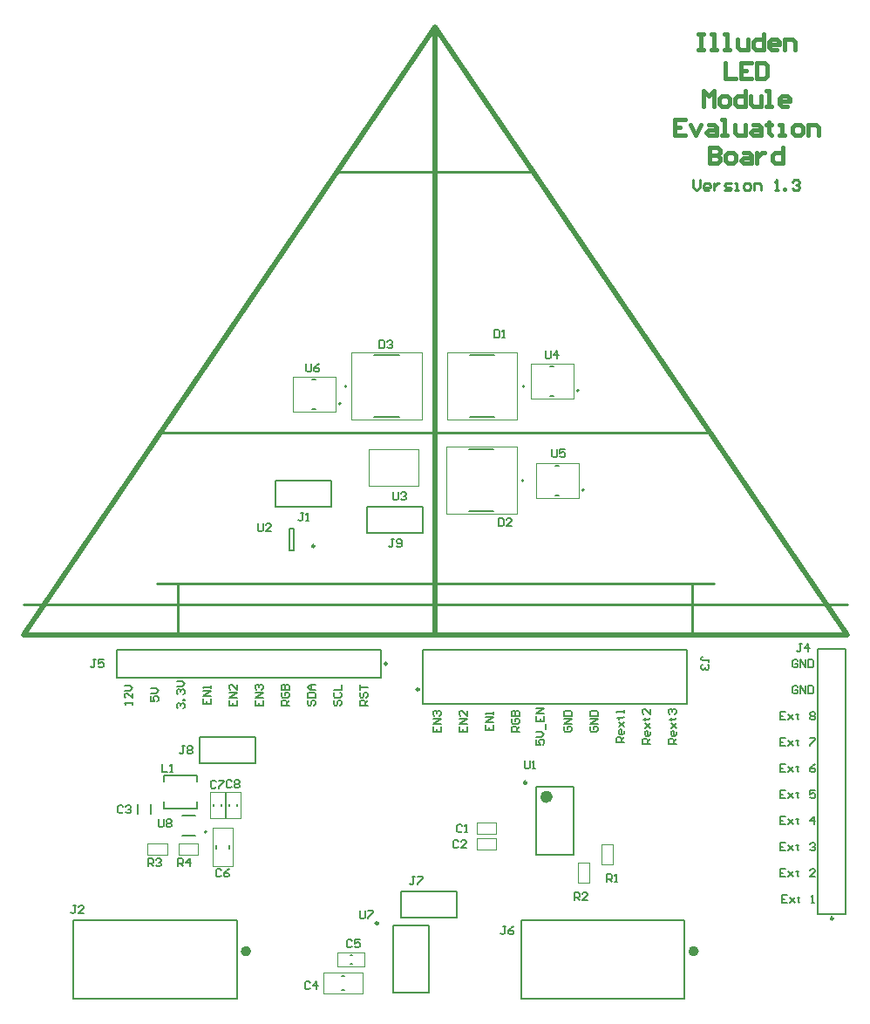
<source format=gto>
G04*
G04 #@! TF.GenerationSoftware,Altium Limited,Altium Designer,21.6.4 (81)*
G04*
G04 Layer_Color=65535*
%FSLAX23Y23*%
%MOIN*%
G70*
G04*
G04 #@! TF.SameCoordinates,B862E28A-B53C-4780-801C-F1A4676C09CD*
G04*
G04*
G04 #@! TF.FilePolarity,Positive*
G04*
G01*
G75*
%ADD10C,0.008*%
%ADD11C,0.010*%
%ADD12C,0.024*%
%ADD13C,0.020*%
%ADD14C,0.005*%
%ADD15C,0.003*%
%ADD16C,0.010*%
%ADD17C,0.020*%
%ADD18C,0.015*%
D10*
X2142Y2343D02*
G03*
X2142Y2343I-4J0D01*
G01*
X2162Y1963D02*
G03*
X2162Y1963I-4J0D01*
G01*
X1232Y2293D02*
G03*
X1232Y2293I-4J0D01*
G01*
X1934Y2360D02*
G03*
X1934Y2360I-4J0D01*
G01*
X1931Y2000D02*
G03*
X1931Y2000I-4J0D01*
G01*
X1254Y2360D02*
G03*
X1254Y2360I-4J0D01*
G01*
X718Y657D02*
G03*
X718Y657I-4J0D01*
G01*
X505Y725D02*
Y764D01*
X455Y725D02*
Y764D01*
X1333Y1800D02*
X1547D01*
Y1900D01*
X1333D02*
X1547D01*
X1333Y1800D02*
Y1900D01*
X1979Y570D02*
Y830D01*
X2121Y570D02*
Y830D01*
X1979D02*
X2121D01*
X1979Y570D02*
X2121D01*
X1544Y1147D02*
Y1353D01*
Y1147D02*
X2556D01*
X1544Y1353D02*
X2556D01*
Y1147D02*
Y1353D01*
X374Y1247D02*
Y1353D01*
Y1247D02*
X1386D01*
Y1353D01*
X374D02*
X1386D01*
X3057Y1356D02*
X3163D01*
X3057Y344D02*
Y1356D01*
Y344D02*
X3163D01*
Y1356D01*
X1922Y320D02*
X2546D01*
X1922Y20D02*
Y320D01*
X1922Y20D02*
X2546D01*
Y320D01*
X1052Y1732D02*
Y1817D01*
X1034D02*
X1052D01*
X1034Y1732D02*
Y1817D01*
Y1732D02*
X1052D01*
X834Y20D02*
Y320D01*
X210Y20D02*
X834D01*
X210Y20D02*
Y320D01*
X834D01*
X983Y1900D02*
X1197D01*
Y2000D01*
X983D02*
X1197D01*
X983Y1900D02*
Y2000D01*
X1463Y330D02*
X1677D01*
Y430D01*
X1463D02*
X1677D01*
X1463Y330D02*
Y430D01*
X693Y920D02*
X907D01*
Y1020D01*
X693D02*
X907D01*
X693Y920D02*
Y1020D01*
X1431Y42D02*
Y298D01*
Y42D02*
X1569D01*
Y298D01*
X1431D02*
X1569D01*
X557Y848D02*
Y873D01*
Y747D02*
Y772D01*
Y747D02*
X683D01*
Y848D02*
Y873D01*
Y747D02*
Y772D01*
X557Y873D02*
X683D01*
D11*
X1942Y845D02*
G03*
X1942Y845I-5J0D01*
G01*
X1531Y1201D02*
G03*
X1531Y1201I-5J0D01*
G01*
X1409Y1300D02*
G03*
X1409Y1300I-5J0D01*
G01*
X3115Y326D02*
G03*
X3115Y326I-5J0D01*
G01*
X1132Y1749D02*
G03*
X1132Y1749I-5J0D01*
G01*
X1375Y308D02*
G03*
X1375Y308I-5J0D01*
G01*
D12*
X2030Y791D02*
G03*
X2030Y791I-12J0D01*
G01*
D13*
X2591Y201D02*
G03*
X2591Y201I-10J0D01*
G01*
X879D02*
G03*
X879Y201I-10J0D01*
G01*
D14*
X2033Y2437D02*
X2047D01*
X2033Y2323D02*
X2047D01*
X2053Y2057D02*
X2067D01*
X2053Y1943D02*
X2067D01*
X1123Y2387D02*
X1137D01*
X1123Y2273D02*
X1137D01*
X1725Y2478D02*
X1820D01*
X1725Y2242D02*
X1820D01*
X1723Y2118D02*
X1817D01*
X1723Y1882D02*
X1817D01*
X1360Y2242D02*
X1455D01*
X1360Y2478D02*
X1455D01*
X1234Y54D02*
X1246D01*
X1234Y106D02*
X1246D01*
X754Y594D02*
Y606D01*
X806Y594D02*
Y606D01*
X1268Y186D02*
X1275D01*
X1268Y154D02*
X1275D01*
X744Y755D02*
Y762D01*
X776Y755D02*
Y762D01*
X804Y755D02*
Y762D01*
X836Y755D02*
Y762D01*
X627Y719D02*
X675D01*
X627Y642D02*
X675D01*
X2190Y1060D02*
X2185Y1055D01*
Y1045D01*
X2190Y1040D01*
X2210D01*
X2215Y1045D01*
Y1055D01*
X2210Y1060D01*
X2200D01*
Y1050D01*
X2215Y1070D02*
X2185D01*
X2215Y1090D01*
X2185D01*
Y1100D02*
X2215D01*
Y1115D01*
X2210Y1120D01*
X2190D01*
X2185Y1115D01*
Y1100D01*
X1335Y1140D02*
X1305D01*
Y1155D01*
X1310Y1160D01*
X1320D01*
X1325Y1155D01*
Y1140D01*
Y1150D02*
X1335Y1160D01*
X1310Y1190D02*
X1305Y1185D01*
Y1175D01*
X1310Y1170D01*
X1315D01*
X1320Y1175D01*
Y1185D01*
X1325Y1190D01*
X1330D01*
X1335Y1185D01*
Y1175D01*
X1330Y1170D01*
X1305Y1200D02*
Y1220D01*
Y1210D01*
X1335D01*
X2980Y1310D02*
X2975Y1315D01*
X2965D01*
X2960Y1310D01*
Y1290D01*
X2965Y1285D01*
X2975D01*
X2980Y1290D01*
Y1300D01*
X2970D01*
X2990Y1285D02*
Y1315D01*
X3010Y1285D01*
Y1315D01*
X3020D02*
Y1285D01*
X3035D01*
X3040Y1290D01*
Y1310D01*
X3035Y1315D01*
X3020D01*
X1785Y1065D02*
Y1045D01*
X1815D01*
Y1065D01*
X1800Y1045D02*
Y1055D01*
X1815Y1075D02*
X1785D01*
X1815Y1095D01*
X1785D01*
X1815Y1105D02*
Y1115D01*
Y1110D01*
X1785D01*
X1790Y1105D01*
X1915Y1040D02*
X1885D01*
Y1055D01*
X1890Y1060D01*
X1900D01*
X1905Y1055D01*
Y1040D01*
Y1050D02*
X1915Y1060D01*
X1890Y1090D02*
X1885Y1085D01*
Y1075D01*
X1890Y1070D01*
X1910D01*
X1915Y1075D01*
Y1085D01*
X1910Y1090D01*
X1900D01*
Y1080D01*
X1885Y1100D02*
X1915D01*
Y1115D01*
X1910Y1120D01*
X1905D01*
X1900Y1115D01*
Y1100D01*
Y1115D01*
X1895Y1120D01*
X1890D01*
X1885Y1115D01*
Y1100D01*
X2980Y1210D02*
X2975Y1215D01*
X2965D01*
X2960Y1210D01*
Y1190D01*
X2965Y1185D01*
X2975D01*
X2980Y1190D01*
Y1200D01*
X2970D01*
X2990Y1185D02*
Y1215D01*
X3010Y1185D01*
Y1215D01*
X3020D02*
Y1185D01*
X3035D01*
X3040Y1190D01*
Y1210D01*
X3035Y1215D01*
X3020D01*
X1980Y1010D02*
Y990D01*
X1995D01*
X1990Y1000D01*
Y1005D01*
X1995Y1010D01*
X2005D01*
X2010Y1005D01*
Y995D01*
X2005Y990D01*
X1980Y1020D02*
X2000D01*
X2010Y1030D01*
X2000Y1040D01*
X1980D01*
X2015Y1050D02*
Y1070D01*
X1980Y1100D02*
Y1080D01*
X2010D01*
Y1100D01*
X1995Y1080D02*
Y1090D01*
X2010Y1110D02*
X1980D01*
X2010Y1130D01*
X1980D01*
X505Y1175D02*
Y1155D01*
X520D01*
X515Y1165D01*
Y1170D01*
X520Y1175D01*
X530D01*
X535Y1170D01*
Y1160D01*
X530Y1155D01*
X505Y1185D02*
X525D01*
X535Y1195D01*
X525Y1205D01*
X505D01*
X2933Y715D02*
X2913D01*
Y685D01*
X2933D01*
X2913Y700D02*
X2923D01*
X2943Y705D02*
X2963Y685D01*
X2953Y695D01*
X2963Y705D01*
X2943Y685D01*
X2978Y710D02*
Y705D01*
X2973D01*
X2982D01*
X2978D01*
Y690D01*
X2982Y685D01*
X3042D02*
Y715D01*
X3027Y700D01*
X3047D01*
X1685Y1060D02*
Y1040D01*
X1715D01*
Y1060D01*
X1700Y1040D02*
Y1050D01*
X1715Y1070D02*
X1685D01*
X1715Y1090D01*
X1685D01*
X1715Y1120D02*
Y1100D01*
X1695Y1120D01*
X1690D01*
X1685Y1115D01*
Y1105D01*
X1690Y1100D01*
X1110Y1160D02*
X1105Y1155D01*
Y1145D01*
X1110Y1140D01*
X1115D01*
X1120Y1145D01*
Y1155D01*
X1125Y1160D01*
X1130D01*
X1135Y1155D01*
Y1145D01*
X1130Y1140D01*
X1105Y1170D02*
X1135D01*
Y1185D01*
X1130Y1190D01*
X1110D01*
X1105Y1185D01*
Y1170D01*
X1135Y1200D02*
X1115D01*
X1105Y1210D01*
X1115Y1220D01*
X1135D01*
X1120D01*
Y1200D01*
X610Y1128D02*
X605Y1133D01*
Y1143D01*
X610Y1148D01*
X615D01*
X620Y1143D01*
Y1138D01*
Y1143D01*
X625Y1148D01*
X630D01*
X635Y1143D01*
Y1133D01*
X630Y1128D01*
X635Y1158D02*
X630D01*
Y1163D01*
X635D01*
Y1158D01*
X610Y1182D02*
X605Y1187D01*
Y1197D01*
X610Y1202D01*
X615D01*
X620Y1197D01*
Y1192D01*
Y1197D01*
X625Y1202D01*
X630D01*
X635Y1197D01*
Y1187D01*
X630Y1182D01*
X605Y1212D02*
X625D01*
X635Y1222D01*
X625Y1232D01*
X605D01*
X1585Y1060D02*
Y1040D01*
X1615D01*
Y1060D01*
X1600Y1040D02*
Y1050D01*
X1615Y1070D02*
X1585D01*
X1615Y1090D01*
X1585D01*
X1590Y1100D02*
X1585Y1105D01*
Y1115D01*
X1590Y1120D01*
X1595D01*
X1600Y1115D01*
Y1110D01*
Y1115D01*
X1605Y1120D01*
X1610D01*
X1615Y1115D01*
Y1105D01*
X1610Y1100D01*
X435Y1143D02*
Y1153D01*
Y1148D01*
X405D01*
X410Y1143D01*
X435Y1187D02*
Y1168D01*
X415Y1187D01*
X410D01*
X405Y1183D01*
Y1173D01*
X410Y1168D01*
X405Y1197D02*
X425D01*
X435Y1207D01*
X425Y1217D01*
X405D01*
X2933Y1115D02*
X2913D01*
Y1085D01*
X2933D01*
X2913Y1100D02*
X2923D01*
X2943Y1105D02*
X2963Y1085D01*
X2953Y1095D01*
X2963Y1105D01*
X2943Y1085D01*
X2978Y1110D02*
Y1105D01*
X2973D01*
X2982D01*
X2978D01*
Y1090D01*
X2982Y1085D01*
X3027Y1110D02*
X3032Y1115D01*
X3042D01*
X3047Y1110D01*
Y1105D01*
X3042Y1100D01*
X3047Y1095D01*
Y1090D01*
X3042Y1085D01*
X3032D01*
X3027Y1090D01*
Y1095D01*
X3032Y1100D01*
X3027Y1105D01*
Y1110D01*
X3032Y1100D02*
X3042D01*
X2933Y1015D02*
X2913D01*
Y985D01*
X2933D01*
X2913Y1000D02*
X2923D01*
X2943Y1005D02*
X2963Y985D01*
X2953Y995D01*
X2963Y1005D01*
X2943Y985D01*
X2978Y1010D02*
Y1005D01*
X2973D01*
X2982D01*
X2978D01*
Y990D01*
X2982Y985D01*
X3027Y1015D02*
X3047D01*
Y1010D01*
X3027Y990D01*
Y985D01*
X2090Y1060D02*
X2085Y1055D01*
Y1045D01*
X2090Y1040D01*
X2110D01*
X2115Y1045D01*
Y1055D01*
X2110Y1060D01*
X2100D01*
Y1050D01*
X2115Y1070D02*
X2085D01*
X2115Y1090D01*
X2085D01*
Y1100D02*
X2115D01*
Y1115D01*
X2110Y1120D01*
X2090D01*
X2085Y1115D01*
Y1100D01*
X905Y1160D02*
Y1140D01*
X935D01*
Y1160D01*
X920Y1140D02*
Y1150D01*
X935Y1170D02*
X905D01*
X935Y1190D01*
X905D01*
X910Y1200D02*
X905Y1205D01*
Y1215D01*
X910Y1220D01*
X915D01*
X920Y1215D01*
Y1210D01*
Y1215D01*
X925Y1220D01*
X930D01*
X935Y1215D01*
Y1205D01*
X930Y1200D01*
X2515Y993D02*
X2485D01*
Y1008D01*
X2490Y1013D01*
X2500D01*
X2505Y1008D01*
Y993D01*
Y1003D02*
X2515Y1013D01*
Y1038D02*
Y1028D01*
X2510Y1023D01*
X2500D01*
X2495Y1028D01*
Y1038D01*
X2500Y1043D01*
X2505D01*
Y1023D01*
X2495Y1053D02*
X2515Y1072D01*
X2505Y1062D01*
X2495Y1072D01*
X2515Y1053D01*
X2490Y1087D02*
X2495D01*
Y1082D01*
Y1092D01*
Y1087D01*
X2510D01*
X2515Y1092D01*
X2490Y1107D02*
X2485Y1112D01*
Y1122D01*
X2490Y1127D01*
X2495D01*
X2500Y1122D01*
Y1117D01*
Y1122D01*
X2505Y1127D01*
X2510D01*
X2515Y1122D01*
Y1112D01*
X2510Y1107D01*
X2938Y415D02*
X2918D01*
Y385D01*
X2938D01*
X2918Y400D02*
X2928D01*
X2948Y405D02*
X2968Y385D01*
X2958Y395D01*
X2968Y405D01*
X2948Y385D01*
X2982Y410D02*
Y405D01*
X2978D01*
X2987D01*
X2982D01*
Y390D01*
X2987Y385D01*
X3032D02*
X3042D01*
X3037D01*
Y415D01*
X3032Y410D01*
X805Y1160D02*
Y1140D01*
X835D01*
Y1160D01*
X820Y1140D02*
Y1150D01*
X835Y1170D02*
X805D01*
X835Y1190D01*
X805D01*
X835Y1220D02*
Y1200D01*
X815Y1220D01*
X810D01*
X805Y1215D01*
Y1205D01*
X810Y1200D01*
X2933Y515D02*
X2913D01*
Y485D01*
X2933D01*
X2913Y500D02*
X2923D01*
X2943Y505D02*
X2963Y485D01*
X2953Y495D01*
X2963Y505D01*
X2943Y485D01*
X2978Y510D02*
Y505D01*
X2973D01*
X2982D01*
X2978D01*
Y490D01*
X2982Y485D01*
X3047D02*
X3027D01*
X3047Y505D01*
Y510D01*
X3042Y515D01*
X3032D01*
X3027Y510D01*
X2933Y915D02*
X2913D01*
Y885D01*
X2933D01*
X2913Y900D02*
X2923D01*
X2943Y905D02*
X2963Y885D01*
X2953Y895D01*
X2963Y905D01*
X2943Y885D01*
X2978Y910D02*
Y905D01*
X2973D01*
X2982D01*
X2978D01*
Y890D01*
X2982Y885D01*
X3047Y915D02*
X3037Y910D01*
X3027Y900D01*
Y890D01*
X3032Y885D01*
X3042D01*
X3047Y890D01*
Y895D01*
X3042Y900D01*
X3027D01*
X1210Y1160D02*
X1205Y1155D01*
Y1145D01*
X1210Y1140D01*
X1215D01*
X1220Y1145D01*
Y1155D01*
X1225Y1160D01*
X1230D01*
X1235Y1155D01*
Y1145D01*
X1230Y1140D01*
X1210Y1190D02*
X1205Y1185D01*
Y1175D01*
X1210Y1170D01*
X1230D01*
X1235Y1175D01*
Y1185D01*
X1230Y1190D01*
X1205Y1200D02*
X1235D01*
Y1220D01*
X2415Y993D02*
X2385D01*
Y1008D01*
X2390Y1013D01*
X2400D01*
X2405Y1008D01*
Y993D01*
Y1003D02*
X2415Y1013D01*
Y1038D02*
Y1028D01*
X2410Y1023D01*
X2400D01*
X2395Y1028D01*
Y1038D01*
X2400Y1043D01*
X2405D01*
Y1023D01*
X2395Y1053D02*
X2415Y1072D01*
X2405Y1062D01*
X2395Y1072D01*
X2415Y1053D01*
X2390Y1087D02*
X2395D01*
Y1082D01*
Y1092D01*
Y1087D01*
X2410D01*
X2415Y1092D01*
Y1127D02*
Y1107D01*
X2395Y1127D01*
X2390D01*
X2385Y1122D01*
Y1112D01*
X2390Y1107D01*
X1035Y1140D02*
X1005D01*
Y1155D01*
X1010Y1160D01*
X1020D01*
X1025Y1155D01*
Y1140D01*
Y1150D02*
X1035Y1160D01*
X1010Y1190D02*
X1005Y1185D01*
Y1175D01*
X1010Y1170D01*
X1030D01*
X1035Y1175D01*
Y1185D01*
X1030Y1190D01*
X1020D01*
Y1180D01*
X1005Y1200D02*
X1035D01*
Y1215D01*
X1030Y1220D01*
X1025D01*
X1020Y1215D01*
Y1200D01*
Y1215D01*
X1015Y1220D01*
X1010D01*
X1005Y1215D01*
Y1200D01*
X2315Y998D02*
X2285D01*
Y1013D01*
X2290Y1018D01*
X2300D01*
X2305Y1013D01*
Y998D01*
Y1008D02*
X2315Y1018D01*
Y1043D02*
Y1033D01*
X2310Y1028D01*
X2300D01*
X2295Y1033D01*
Y1043D01*
X2300Y1048D01*
X2305D01*
Y1028D01*
X2295Y1058D02*
X2315Y1077D01*
X2305Y1067D01*
X2295Y1077D01*
X2315Y1058D01*
X2290Y1092D02*
X2295D01*
Y1087D01*
Y1097D01*
Y1092D01*
X2310D01*
X2315Y1097D01*
Y1112D02*
Y1122D01*
Y1117D01*
X2285D01*
X2290Y1112D01*
X2933Y615D02*
X2913D01*
Y585D01*
X2933D01*
X2913Y600D02*
X2923D01*
X2943Y605D02*
X2963Y585D01*
X2953Y595D01*
X2963Y605D01*
X2943Y585D01*
X2978Y610D02*
Y605D01*
X2973D01*
X2982D01*
X2978D01*
Y590D01*
X2982Y585D01*
X3027Y610D02*
X3032Y615D01*
X3042D01*
X3047Y610D01*
Y605D01*
X3042Y600D01*
X3037D01*
X3042D01*
X3047Y595D01*
Y590D01*
X3042Y585D01*
X3032D01*
X3027Y590D01*
X705Y1165D02*
Y1145D01*
X735D01*
Y1165D01*
X720Y1145D02*
Y1155D01*
X735Y1175D02*
X705D01*
X735Y1195D01*
X705D01*
X735Y1205D02*
Y1215D01*
Y1210D01*
X705D01*
X710Y1205D01*
X2933Y815D02*
X2913D01*
Y785D01*
X2933D01*
X2913Y800D02*
X2923D01*
X2943Y805D02*
X2963Y785D01*
X2953Y795D01*
X2963Y805D01*
X2943Y785D01*
X2978Y810D02*
Y805D01*
X2973D01*
X2982D01*
X2978D01*
Y790D01*
X2982Y785D01*
X3047Y815D02*
X3027D01*
Y800D01*
X3037Y805D01*
X3042D01*
X3047Y800D01*
Y790D01*
X3042Y785D01*
X3032D01*
X3027Y790D01*
X1435Y1775D02*
X1425D01*
X1430D01*
Y1750D01*
X1425Y1745D01*
X1420D01*
X1415Y1750D01*
X1445D02*
X1450Y1745D01*
X1460D01*
X1465Y1750D01*
Y1770D01*
X1460Y1775D01*
X1450D01*
X1445Y1770D01*
Y1765D01*
X1450Y1760D01*
X1465D01*
X535Y705D02*
Y680D01*
X540Y675D01*
X550D01*
X555Y680D01*
Y705D01*
X565Y700D02*
X570Y705D01*
X580D01*
X585Y700D01*
Y695D01*
X580Y690D01*
X585Y685D01*
Y680D01*
X580Y675D01*
X570D01*
X565Y680D01*
Y685D01*
X570Y690D01*
X565Y695D01*
Y700D01*
X570Y690D02*
X580D01*
X1305Y355D02*
Y330D01*
X1310Y325D01*
X1320D01*
X1325Y330D01*
Y355D01*
X1335D02*
X1355D01*
Y350D01*
X1335Y330D01*
Y325D01*
X1100Y2445D02*
Y2420D01*
X1105Y2415D01*
X1115D01*
X1120Y2420D01*
Y2445D01*
X1150D02*
X1140Y2440D01*
X1130Y2430D01*
Y2420D01*
X1135Y2415D01*
X1145D01*
X1150Y2420D01*
Y2425D01*
X1145Y2430D01*
X1130D01*
X2040Y2118D02*
Y2093D01*
X2045Y2088D01*
X2055D01*
X2060Y2093D01*
Y2118D01*
X2090D02*
X2070D01*
Y2103D01*
X2080Y2108D01*
X2085D01*
X2090Y2103D01*
Y2093D01*
X2085Y2088D01*
X2075D01*
X2070Y2093D01*
X2015Y2495D02*
Y2470D01*
X2020Y2465D01*
X2030D01*
X2035Y2470D01*
Y2495D01*
X2060Y2465D02*
Y2495D01*
X2045Y2480D01*
X2065D01*
X1431Y1955D02*
Y1930D01*
X1436Y1925D01*
X1446D01*
X1451Y1930D01*
Y1955D01*
X1461Y1950D02*
X1466Y1955D01*
X1476D01*
X1481Y1950D01*
Y1945D01*
X1476Y1940D01*
X1471D01*
X1476D01*
X1481Y1935D01*
Y1930D01*
X1476Y1925D01*
X1466D01*
X1461Y1930D01*
X915Y1835D02*
Y1810D01*
X920Y1805D01*
X930D01*
X935Y1810D01*
Y1835D01*
X965Y1805D02*
X945D01*
X965Y1825D01*
Y1830D01*
X960Y1835D01*
X950D01*
X945Y1830D01*
X1935Y929D02*
Y904D01*
X1940Y899D01*
X1950D01*
X1955Y904D01*
Y929D01*
X1965Y899D02*
X1975D01*
X1970D01*
Y929D01*
X1965Y924D01*
X610Y525D02*
Y555D01*
X625D01*
X630Y550D01*
Y540D01*
X625Y535D01*
X610D01*
X620D02*
X630Y525D01*
X655D02*
Y555D01*
X640Y540D01*
X660D01*
X495Y525D02*
Y555D01*
X510D01*
X515Y550D01*
Y540D01*
X510Y535D01*
X495D01*
X505D02*
X515Y525D01*
X525Y550D02*
X530Y555D01*
X540D01*
X545Y550D01*
Y545D01*
X540Y540D01*
X535D01*
X540D01*
X545Y535D01*
Y530D01*
X540Y525D01*
X530D01*
X525Y530D01*
X2125Y395D02*
Y425D01*
X2140D01*
X2145Y420D01*
Y410D01*
X2140Y405D01*
X2125D01*
X2135D02*
X2145Y395D01*
X2175D02*
X2155D01*
X2175Y415D01*
Y420D01*
X2170Y425D01*
X2160D01*
X2155Y420D01*
X2250Y465D02*
Y495D01*
X2265D01*
X2270Y490D01*
Y480D01*
X2265Y475D01*
X2250D01*
X2260D02*
X2270Y465D01*
X2280D02*
X2290D01*
X2285D01*
Y495D01*
X2280Y490D01*
X550Y915D02*
Y885D01*
X570D01*
X580D02*
X590D01*
X585D01*
Y915D01*
X580Y910D01*
X635Y985D02*
X625D01*
X630D01*
Y960D01*
X625Y955D01*
X620D01*
X615Y960D01*
X645Y980D02*
X650Y985D01*
X660D01*
X665Y980D01*
Y975D01*
X660Y970D01*
X665Y965D01*
Y960D01*
X660Y955D01*
X650D01*
X645Y960D01*
Y965D01*
X650Y970D01*
X645Y975D01*
Y980D01*
X650Y970D02*
X660D01*
X1515Y485D02*
X1505D01*
X1510D01*
Y460D01*
X1505Y455D01*
X1500D01*
X1495Y460D01*
X1525Y485D02*
X1545D01*
Y480D01*
X1525Y460D01*
Y455D01*
X1863Y295D02*
X1853D01*
X1858D01*
Y270D01*
X1853Y265D01*
X1848D01*
X1843Y270D01*
X1893Y295D02*
X1883Y290D01*
X1873Y280D01*
Y270D01*
X1878Y265D01*
X1888D01*
X1893Y270D01*
Y275D01*
X1888Y280D01*
X1873D01*
X295Y1315D02*
X285D01*
X290D01*
Y1290D01*
X285Y1285D01*
X280D01*
X275Y1290D01*
X325Y1315D02*
X305D01*
Y1300D01*
X315Y1305D01*
X320D01*
X325Y1300D01*
Y1290D01*
X320Y1285D01*
X310D01*
X305Y1290D01*
X2995Y1375D02*
X2985D01*
X2990D01*
Y1350D01*
X2985Y1345D01*
X2980D01*
X2975Y1350D01*
X3020Y1345D02*
Y1375D01*
X3005Y1360D01*
X3025D01*
X2639Y1307D02*
Y1317D01*
Y1312D01*
X2614D01*
X2609Y1317D01*
Y1322D01*
X2614Y1327D01*
X2634Y1297D02*
X2639Y1292D01*
Y1282D01*
X2634Y1277D01*
X2629D01*
X2624Y1282D01*
Y1287D01*
Y1282D01*
X2619Y1277D01*
X2614D01*
X2609Y1282D01*
Y1292D01*
X2614Y1297D01*
X219Y375D02*
X209D01*
X214D01*
Y350D01*
X209Y345D01*
X204D01*
X199Y350D01*
X249Y345D02*
X229D01*
X249Y365D01*
Y370D01*
X244Y375D01*
X234D01*
X229Y370D01*
X1090Y1875D02*
X1080D01*
X1085D01*
Y1850D01*
X1080Y1845D01*
X1075D01*
X1070Y1850D01*
X1100Y1845D02*
X1110D01*
X1105D01*
Y1875D01*
X1100Y1870D01*
X1380Y2535D02*
Y2505D01*
X1395D01*
X1400Y2510D01*
Y2530D01*
X1395Y2535D01*
X1380D01*
X1410Y2530D02*
X1415Y2535D01*
X1425D01*
X1430Y2530D01*
Y2525D01*
X1425Y2520D01*
X1420D01*
X1425D01*
X1430Y2515D01*
Y2510D01*
X1425Y2505D01*
X1415D01*
X1410Y2510D01*
X1835Y1855D02*
Y1825D01*
X1850D01*
X1855Y1830D01*
Y1850D01*
X1850Y1855D01*
X1835D01*
X1885Y1825D02*
X1865D01*
X1885Y1845D01*
Y1850D01*
X1880Y1855D01*
X1870D01*
X1865Y1850D01*
X1820Y2575D02*
Y2545D01*
X1835D01*
X1840Y2550D01*
Y2570D01*
X1835Y2575D01*
X1820D01*
X1850Y2545D02*
X1860D01*
X1855D01*
Y2575D01*
X1850Y2570D01*
X815Y850D02*
X810Y855D01*
X800D01*
X795Y850D01*
Y830D01*
X800Y825D01*
X810D01*
X815Y830D01*
X825Y850D02*
X830Y855D01*
X840D01*
X845Y850D01*
Y845D01*
X840Y840D01*
X845Y835D01*
Y830D01*
X840Y825D01*
X830D01*
X825Y830D01*
Y835D01*
X830Y840D01*
X825Y845D01*
Y850D01*
X830Y840D02*
X840D01*
X755Y849D02*
X750Y854D01*
X740D01*
X735Y849D01*
Y829D01*
X740Y824D01*
X750D01*
X755Y829D01*
X765Y854D02*
X785D01*
Y849D01*
X765Y829D01*
Y824D01*
X775Y510D02*
X770Y515D01*
X760D01*
X755Y510D01*
Y490D01*
X760Y485D01*
X770D01*
X775Y490D01*
X805Y515D02*
X795Y510D01*
X785Y500D01*
Y490D01*
X790Y485D01*
X800D01*
X805Y490D01*
Y495D01*
X800Y500D01*
X785D01*
X1275Y240D02*
X1270Y245D01*
X1260D01*
X1255Y240D01*
Y220D01*
X1260Y215D01*
X1270D01*
X1275Y220D01*
X1305Y245D02*
X1285D01*
Y230D01*
X1295Y235D01*
X1300D01*
X1305Y230D01*
Y220D01*
X1300Y215D01*
X1290D01*
X1285Y220D01*
X1115Y80D02*
X1110Y85D01*
X1100D01*
X1095Y80D01*
Y60D01*
X1100Y55D01*
X1110D01*
X1115Y60D01*
X1140Y55D02*
Y85D01*
X1125Y70D01*
X1145D01*
X400Y754D02*
X395Y759D01*
X385D01*
X380Y754D01*
Y734D01*
X385Y729D01*
X395D01*
X400Y734D01*
X410Y754D02*
X415Y759D01*
X425D01*
X430Y754D01*
Y749D01*
X425Y744D01*
X420D01*
X425D01*
X430Y739D01*
Y734D01*
X425Y729D01*
X415D01*
X410Y734D01*
X1682Y620D02*
X1677Y625D01*
X1667D01*
X1662Y620D01*
Y600D01*
X1667Y595D01*
X1677D01*
X1682Y600D01*
X1712Y595D02*
X1692D01*
X1712Y615D01*
Y620D01*
X1707Y625D01*
X1697D01*
X1692Y620D01*
X1697Y680D02*
X1692Y685D01*
X1682D01*
X1677Y680D01*
Y660D01*
X1682Y655D01*
X1692D01*
X1697Y660D01*
X1707Y655D02*
X1717D01*
X1712D01*
Y685D01*
X1707Y680D01*
D15*
X2121Y2313D02*
Y2447D01*
X1959Y2313D02*
Y2447D01*
Y2313D02*
X2121D01*
X1959Y2447D02*
X2121D01*
X2141Y1933D02*
Y2067D01*
X1979Y1933D02*
Y2067D01*
Y1933D02*
X2141D01*
X1979Y2067D02*
X2141D01*
X1211Y2263D02*
Y2397D01*
X1049Y2263D02*
Y2397D01*
Y2263D02*
X1211D01*
X1049Y2397D02*
X1211D01*
X1907Y2232D02*
Y2488D01*
X1639Y2232D02*
Y2488D01*
Y2232D02*
X1907D01*
X1639Y2488D02*
X1907D01*
X1904Y1872D02*
Y2128D01*
X1636Y1872D02*
Y2128D01*
Y1872D02*
X1904D01*
X1636Y2128D02*
X1904D01*
X1273Y2232D02*
Y2488D01*
X1541Y2232D02*
Y2488D01*
X1273D02*
X1541D01*
X1273Y2232D02*
X1541D01*
X1166Y41D02*
Y119D01*
X1314Y41D02*
Y119D01*
X1166D02*
X1314D01*
X1166Y41D02*
X1314D01*
X741Y674D02*
X819D01*
X741Y526D02*
X819D01*
Y674D01*
X741Y526D02*
Y674D01*
X1220Y142D02*
Y197D01*
X1322Y142D02*
Y197D01*
X1220D02*
X1322D01*
X1220Y142D02*
X1322D01*
X733Y708D02*
X788D01*
X733Y810D02*
X788D01*
X733Y708D02*
Y810D01*
X788Y708D02*
Y810D01*
X793Y708D02*
X848D01*
X793Y810D02*
X848D01*
X793Y708D02*
Y810D01*
X848Y708D02*
Y810D01*
X1751Y648D02*
Y692D01*
X1827Y648D02*
Y692D01*
X1751D02*
X1827D01*
X1751Y648D02*
X1827D01*
X1751Y588D02*
X1827D01*
X1751Y632D02*
X1827D01*
Y588D02*
Y632D01*
X1751Y588D02*
Y632D01*
X2228Y608D02*
X2272D01*
X2228Y532D02*
X2272D01*
Y608D01*
X2228Y532D02*
Y608D01*
X2138Y462D02*
Y538D01*
X2182Y462D02*
Y538D01*
X2138Y462D02*
X2182D01*
X2138Y538D02*
X2182D01*
X492Y568D02*
Y612D01*
X568Y568D02*
Y612D01*
X492D02*
X568D01*
X492Y568D02*
X568D01*
X611D02*
X687D01*
X611Y612D02*
X687D01*
Y568D02*
Y612D01*
X611Y568D02*
Y612D01*
X1340Y1980D02*
Y2120D01*
X1530Y1980D02*
Y2120D01*
X1340D02*
X1530D01*
X1340Y1980D02*
X1530D01*
D16*
X528Y1605D02*
X1593D01*
X2577Y1408D02*
Y1605D01*
X543Y2183D02*
X2643Y2183D01*
X1223Y3180D02*
X1968D01*
X608Y1408D02*
Y1605D01*
X1593Y1605D02*
X2658D01*
X18Y1526D02*
X3168D01*
X2580Y3148D02*
Y3121D01*
X2593Y3108D01*
X2606Y3121D01*
Y3148D01*
X2640Y3108D02*
X2626D01*
X2620Y3115D01*
Y3128D01*
X2626Y3135D01*
X2640D01*
X2646Y3128D01*
Y3121D01*
X2620D01*
X2660Y3135D02*
Y3108D01*
Y3121D01*
X2666Y3128D01*
X2673Y3135D01*
X2680D01*
X2700Y3108D02*
X2720D01*
X2726Y3115D01*
X2720Y3121D01*
X2706D01*
X2700Y3128D01*
X2706Y3135D01*
X2726D01*
X2740Y3108D02*
X2753D01*
X2746D01*
Y3135D01*
X2740D01*
X2780Y3108D02*
X2793D01*
X2800Y3115D01*
Y3128D01*
X2793Y3135D01*
X2780D01*
X2773Y3128D01*
Y3115D01*
X2780Y3108D01*
X2813D02*
Y3135D01*
X2833D01*
X2840Y3128D01*
Y3108D01*
X2893D02*
X2906D01*
X2900D01*
Y3148D01*
X2893Y3141D01*
X2926Y3108D02*
Y3115D01*
X2933D01*
Y3108D01*
X2926D01*
X2960Y3141D02*
X2966Y3148D01*
X2980D01*
X2986Y3141D01*
Y3135D01*
X2980Y3128D01*
X2973D01*
X2980D01*
X2986Y3121D01*
Y3115D01*
X2980Y3108D01*
X2966D01*
X2960Y3115D01*
D17*
X1593Y1408D02*
Y3731D01*
Y3733D02*
X3168Y1408D01*
Y1408D02*
Y1408D01*
X18Y1408D02*
X1593Y3733D01*
X18Y1408D02*
X3168D01*
D18*
X2598Y3705D02*
X2618D01*
X2608D01*
Y3645D01*
X2598D01*
X2618D01*
X2648D02*
X2668D01*
X2658D01*
Y3705D01*
X2648D01*
X2698Y3645D02*
X2718D01*
X2708D01*
Y3705D01*
X2698D01*
X2748Y3685D02*
Y3655D01*
X2758Y3645D01*
X2788D01*
Y3685D01*
X2848Y3705D02*
Y3645D01*
X2818D01*
X2808Y3655D01*
Y3675D01*
X2818Y3685D01*
X2848D01*
X2898Y3645D02*
X2878D01*
X2868Y3655D01*
Y3675D01*
X2878Y3685D01*
X2898D01*
X2908Y3675D01*
Y3665D01*
X2868D01*
X2928Y3645D02*
Y3685D01*
X2958D01*
X2968Y3675D01*
Y3645D01*
X2703Y3597D02*
Y3537D01*
X2743D01*
X2803Y3597D02*
X2763D01*
Y3537D01*
X2803D01*
X2763Y3567D02*
X2783D01*
X2823Y3597D02*
Y3537D01*
X2853D01*
X2863Y3547D01*
Y3587D01*
X2853Y3597D01*
X2823D01*
X2618Y3429D02*
Y3489D01*
X2638Y3469D01*
X2658Y3489D01*
Y3429D01*
X2688D02*
X2708D01*
X2718Y3439D01*
Y3459D01*
X2708Y3469D01*
X2688D01*
X2678Y3459D01*
Y3439D01*
X2688Y3429D01*
X2778Y3489D02*
Y3429D01*
X2748D01*
X2738Y3439D01*
Y3459D01*
X2748Y3469D01*
X2778D01*
X2798D02*
Y3439D01*
X2808Y3429D01*
X2838D01*
Y3469D01*
X2858Y3429D02*
X2878D01*
X2868D01*
Y3489D01*
X2858D01*
X2938Y3429D02*
X2918D01*
X2908Y3439D01*
Y3459D01*
X2918Y3469D01*
X2938D01*
X2948Y3459D01*
Y3449D01*
X2908D01*
X2548Y3381D02*
X2508D01*
Y3321D01*
X2548D01*
X2508Y3351D02*
X2528D01*
X2568Y3361D02*
X2588Y3321D01*
X2608Y3361D01*
X2638D02*
X2658D01*
X2668Y3351D01*
Y3321D01*
X2638D01*
X2628Y3331D01*
X2638Y3341D01*
X2668D01*
X2688Y3321D02*
X2708D01*
X2698D01*
Y3381D01*
X2688D01*
X2738Y3361D02*
Y3331D01*
X2748Y3321D01*
X2778D01*
Y3361D01*
X2808D02*
X2828D01*
X2838Y3351D01*
Y3321D01*
X2808D01*
X2798Y3331D01*
X2808Y3341D01*
X2838D01*
X2868Y3371D02*
Y3361D01*
X2858D01*
X2878D01*
X2868D01*
Y3331D01*
X2878Y3321D01*
X2908D02*
X2928D01*
X2918D01*
Y3361D01*
X2908D01*
X2968Y3321D02*
X2988D01*
X2998Y3331D01*
Y3351D01*
X2988Y3361D01*
X2968D01*
X2958Y3351D01*
Y3331D01*
X2968Y3321D01*
X3018D02*
Y3361D01*
X3048D01*
X3058Y3351D01*
Y3321D01*
X2643Y3273D02*
Y3213D01*
X2673D01*
X2683Y3223D01*
Y3233D01*
X2673Y3243D01*
X2643D01*
X2673D01*
X2683Y3253D01*
Y3263D01*
X2673Y3273D01*
X2643D01*
X2713Y3213D02*
X2733D01*
X2743Y3223D01*
Y3243D01*
X2733Y3253D01*
X2713D01*
X2703Y3243D01*
Y3223D01*
X2713Y3213D01*
X2773Y3253D02*
X2793D01*
X2803Y3243D01*
Y3213D01*
X2773D01*
X2763Y3223D01*
X2773Y3233D01*
X2803D01*
X2823Y3253D02*
Y3213D01*
Y3233D01*
X2833Y3243D01*
X2843Y3253D01*
X2853D01*
X2923Y3273D02*
Y3213D01*
X2893D01*
X2883Y3223D01*
Y3243D01*
X2893Y3253D01*
X2923D01*
M02*

</source>
